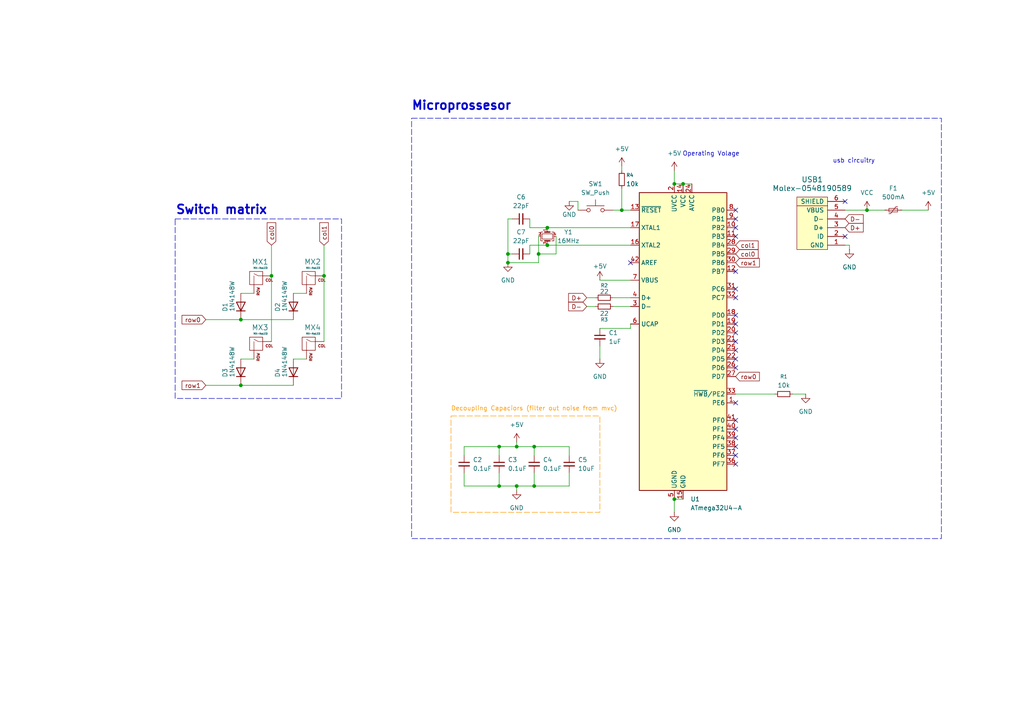
<source format=kicad_sch>
(kicad_sch (version 20250114) (generator "eeschema") (generator_version "9.0")
  (paper "A4")
  (title_block (title "ai03 Keyboard PCB") (date "2025-08-12") (rev "v1") (comment 4 "Justin Kim"))
  (lib_symbols
    (symbol "Device:C_Small" (pin_numbers (hide yes)) (pin_names (offset 0.254) (hide yes))
      (property "Reference" "C" (at 0.254 1.778 0))
      (property "Value" "C_Small" (at 0.254 -2.032 0))
      (symbol "C_Small_0_1"
        (polyline (pts (xy -1.524 0.508) (xy 1.524 0.508)) (stroke (width 0.3048)))
        (polyline (pts (xy -1.524 -0.508) (xy 1.524 -0.508)) (stroke (width 0.3302)))
      )
      (symbol "C_Small_1_1"
        (pin passive line (at 0 2.54 270) (length 2.032) (name "~") (number "1"))
        (pin passive line (at 0 -2.54 90) (length 2.032) (name "~") (number "2"))
      )
    )
    (symbol "Device:Crystal_GND24_Small" (pin_names (offset 1.016) (hide yes))
      (property "Reference" "Y" (at 1.27 4.445 0))
      (property "Value" "Crystal_GND24_Small" (at 1.27 2.54 0))
      (symbol "Crystal_GND24_Small_0_1"
        (polyline (pts (xy -1.27 1.27) (xy -1.27 1.905) (xy 1.27 1.905) (xy 1.27 1.27)))
        (polyline (pts (xy -1.27 -0.762) (xy -1.27 0.762)) (stroke (width 0.381)))
        (polyline (pts (xy -1.27 -1.27) (xy -1.27 -1.905) (xy 1.27 -1.905) (xy 1.27 -1.27)))
        (rectangle (start -0.762 -1.524) (end 0.762 1.524))
        (polyline (pts (xy 1.27 -0.762) (xy 1.27 0.762)) (stroke (width 0.381)))
      )
      (symbol "Crystal_GND24_Small_1_1"
        (pin passive line (at -2.54 0 0) (length 1.27) (name "1") (number "1"))
        (pin passive line (at 0 2.54 270) (length 0.635) (name "4") (number "4"))
        (pin passive line (at 0 -2.54 90) (length 0.635) (name "2") (number "2"))
        (pin passive line (at 2.54 0 180) (length 1.27) (name "3") (number "3"))
      )
    )
    (symbol "Device:Polyfuse_Small" (pin_numbers (hide yes)) (pin_names (offset 0))
      (property "Reference" "F" (at -1.905 0 90))
      (property "Value" "Polyfuse_Small" (at 1.905 0 90))
      (symbol "Polyfuse_Small_0_1"
        (polyline (pts (xy -1.016 1.27) (xy -1.016 0.762) (xy 1.016 -0.762) (xy 1.016 -1.27)))
        (rectangle (start -0.508 1.27) (end 0.508 -1.27))
        (polyline (pts (xy 0 2.54) (xy 0 -2.54)))
      )
      (symbol "Polyfuse_Small_1_1"
        (pin passive line (at 0 2.54 270) (length 0.635) (name "~") (number "1"))
        (pin passive line (at 0 -2.54 90) (length 0.635) (name "~") (number "2"))
      )
    )
    (symbol "Device:R_Small" (pin_numbers (hide yes)) (pin_names (offset 0.254) (hide yes))
      (property "Reference" "R" (at 0 0 90))
      (property "Value" "R_Small" (at 1.778 0 90))
      (symbol "R_Small_0_1"
        (rectangle (start -0.762 1.778) (end 0.762 -1.778) (stroke (width 0.2032)))
      )
      (symbol "R_Small_1_1"
        (pin passive line (at 0 2.54 270) (length 0.762) (name "~") (number "1"))
        (pin passive line (at 0 -2.54 90) (length 0.762) (name "~") (number "2"))
      )
    )
    (symbol "Diode:1N4148W" (pin_numbers (hide yes)) (pin_names (hide yes))
      (property "Reference" "D" (at 0 2.54 0))
      (property "Value" "1N4148W" (at 0 -2.54 0))
      (symbol "1N4148W_0_1"
        (polyline (pts (xy -1.27 1.27) (xy -1.27 -1.27)) (stroke (width 0.254)))
        (polyline (pts (xy 1.27 1.27) (xy 1.27 -1.27) (xy -1.27 0) (xy 1.27 1.27)) (stroke (width 0.254)))
        (polyline (pts (xy 1.27 0) (xy -1.27 0)))
      )
      (symbol "1N4148W_1_1"
        (pin passive line (at -3.81 0 0) (length 2.54) (name "K") (number "1"))
        (pin passive line (at 3.81 0 180) (length 2.54) (name "A") (number "2"))
      )
    )
    (symbol "MCU_Microchip_ATmega:ATmega32U4-A"
      (property "Reference" "U" (at -12.7 44.45 0))
      (property "Value" "ATmega32U4-A" (at 2.54 -44.45 0))
      (symbol "ATmega32U4-A_0_1"
        (rectangle (start -12.7 -43.18) (end 12.7 43.18) (stroke (width 0.254)) (fill (type background)))
      )
      (symbol "ATmega32U4-A_1_1"
        (pin input line (at -15.24 38.1 0) (length 2.54) (name "~{RESET}") (number "13"))
        (pin input line (at -15.24 33.02 0) (length 2.54) (name "XTAL1") (number "17"))
        (pin output line (at -15.24 27.94 0) (length 2.54) (name "XTAL2") (number "16"))
        (pin passive line (at -15.24 22.86 0) (length 2.54) (name "AREF") (number "42"))
        (pin input line (at -15.24 17.78 0) (length 2.54) (name "VBUS") (number "7"))
        (pin bidirectional line (at -15.24 12.7 0) (length 2.54) (name "D+") (number "4"))
        (pin bidirectional line (at -15.24 10.16 0) (length 2.54) (name "D-") (number "3"))
        (pin passive line (at -15.24 5.08 0) (length 2.54) (name "UCAP") (number "6"))
        (pin power_in line (at -2.54 45.72 270) (length 2.54) (name "UVCC") (number "2"))
        (pin passive line (at -2.54 -45.72 90) (length 2.54) (name "UGND") (number "5"))
        (pin power_in line (at 0 45.72 270) (length 2.54) (name "VCC") (number "14"))
        (pin passive line (at 0 45.72 270) (length 2.54) (hide yes) (name "VCC") (number "34"))
        (pin power_in line (at 0 -45.72 90) (length 2.54) (name "GND") (number "15"))
        (pin passive line (at 0 -45.72 90) (length 2.54) (hide yes) (name "GND") (number "23"))
        (pin passive line (at 0 -45.72 90) (length 2.54) (hide yes) (name "GND") (number "35"))
        (pin passive line (at 0 -45.72 90) (length 2.54) (hide yes) (name "GND") (number "43"))
        (pin power_in line (at 2.54 45.72 270) (length 2.54) (name "AVCC") (number "24"))
        (pin passive line (at 2.54 45.72 270) (length 2.54) (hide yes) (name "AVCC") (number "44"))
        (pin bidirectional line (at 15.24 38.1 180) (length 2.54) (name "PB0") (number "8"))
        (pin bidirectional line (at 15.24 35.56 180) (length 2.54) (name "PB1") (number "9"))
        (pin bidirectional line (at 15.24 33.02 180) (length 2.54) (name "PB2") (number "10"))
        (pin bidirectional line (at 15.24 30.48 180) (length 2.54) (name "PB3") (number "11"))
        (pin bidirectional line (at 15.24 27.94 180) (length 2.54) (name "PB4") (number "28"))
        (pin bidirectional line (at 15.24 25.4 180) (length 2.54) (name "PB5") (number "29"))
        (pin bidirectional line (at 15.24 22.86 180) (length 2.54) (name "PB6") (number "30"))
        (pin bidirectional line (at 15.24 20.32 180) (length 2.54) (name "PB7") (number "12"))
        (pin bidirectional line (at 15.24 15.24 180) (length 2.54) (name "PC6") (number "31"))
        (pin bidirectional line (at 15.24 12.7 180) (length 2.54) (name "PC7") (number "32"))
        (pin bidirectional line (at 15.24 7.62 180) (length 2.54) (name "PD0") (number "18"))
        (pin bidirectional line (at 15.24 5.08 180) (length 2.54) (name "PD1") (number "19"))
        (pin bidirectional line (at 15.24 2.54 180) (length 2.54) (name "PD2") (number "20"))
        (pin bidirectional line (at 15.24 0 180) (length 2.54) (name "PD3") (number "21"))
        (pin bidirectional line (at 15.24 -2.54 180) (length 2.54) (name "PD4") (number "25"))
        (pin bidirectional line (at 15.24 -5.08 180) (length 2.54) (name "PD5") (number "22"))
        (pin bidirectional line (at 15.24 -7.62 180) (length 2.54) (name "PD6") (number "26"))
        (pin bidirectional line (at 15.24 -10.16 180) (length 2.54) (name "PD7") (number "27"))
        (pin bidirectional line (at 15.24 -15.24 180) (length 2.54) (name "~{HWB}/PE2") (number "33"))
        (pin bidirectional line (at 15.24 -17.78 180) (length 2.54) (name "PE6") (number "1"))
        (pin bidirectional line (at 15.24 -22.86 180) (length 2.54) (name "PF0") (number "41"))
        (pin bidirectional line (at 15.24 -25.4 180) (length 2.54) (name "PF1") (number "40"))
        (pin bidirectional line (at 15.24 -27.94 180) (length 2.54) (name "PF4") (number "39"))
        (pin bidirectional line (at 15.24 -30.48 180) (length 2.54) (name "PF5") (number "38"))
        (pin bidirectional line (at 15.24 -33.02 180) (length 2.54) (name "PF6") (number "37"))
        (pin bidirectional line (at 15.24 -35.56 180) (length 2.54) (name "PF7") (number "36"))
      )
    )
    (symbol "MX_Alps_Hybrid:MX-NoLED" (pin_names (offset 1.016))
      (property "Reference" "MX" (at -0.635 3.81 0))
      (property "Value" "MX-NoLED" (at -0.635 1.27 0))
      (symbol "MX-NoLED_0_0"
        (rectangle (start -2.54 2.54) (end 1.27 -1.27))
        (polyline (pts (xy -1.27 -1.27) (xy -1.27 1.27)) (stroke (width 0.127)))
        (polyline (pts (xy 1.27 1.27) (xy 0 1.27) (xy -1.27 1.905)) (stroke (width 0.127)))
        (text "ROW" (at 0 -1.905 900) (effects (font (size 0.762 0.762)) (justify right)))
        (text "COL" (at 3.175 0 0) (effects (font (size 0.762 0.762))))
      )
      (symbol "MX-NoLED_1_1"
        (pin passive line (at -1.27 -3.81 90) (length 2.54) (name "ROW") (number "2"))
        (pin passive line (at 3.81 1.27 180) (length 2.54) (name "COL") (number "1"))
      )
    )
    (symbol "Switch:SW_Push" (pin_numbers (hide yes)) (pin_names (offset 1.016) (hide yes))
      (property "Reference" "SW" (at 1.27 2.54 0))
      (property "Value" "SW_Push" (at 0 -1.524 0))
      (symbol "SW_Push_0_1"
        (circle (center -2.032 0) (radius 0.508))
        (polyline (pts (xy 0 1.27) (xy 0 3.048)))
        (circle (center 2.032 0) (radius 0.508))
        (polyline (pts (xy 2.54 1.27) (xy -2.54 1.27)))
        (pin passive line (at -5.08 0 0) (length 2.54) (name "1") (number "1"))
        (pin passive line (at 5.08 0 180) (length 2.54) (name "2") (number "2"))
      )
    )
    (symbol "power:+5V" (power) (pin_numbers (hide yes)) (pin_names (offset 0) (hide yes))
      (property "Value" "+5V" (at 0 3.556 0))
      (symbol "+5V_0_1"
        (polyline (pts (xy -0.762 1.27) (xy 0 2.54)))
        (polyline (pts (xy 0 2.54) (xy 0.762 1.27)))
        (polyline (pts (xy 0 0) (xy 0 2.54)))
      )
      (symbol "+5V_1_1"
        (pin power_in line (at 0 0 90) (length 0) (name "~") (number "1"))
      )
    )
    (symbol "power:GND" (power) (pin_numbers (hide yes)) (pin_names (offset 0) (hide yes))
      (property "Value" "GND" (at 0 -3.81 0))
      (symbol "GND_0_1"
        (polyline (pts (xy 0 0) (xy 0 -1.27) (xy 1.27 -1.27) (xy 0 -2.54) (xy -1.27 -1.27) (xy 0 -1.27)))
      )
      (symbol "GND_1_1"
        (pin power_in line (at 0 0 270) (length 0) (name "~") (number "1"))
      )
    )
    (symbol "power:VCC" (power) (pin_numbers (hide yes)) (pin_names (offset 0) (hide yes))
      (property "Value" "VCC" (at 0 3.556 0))
      (symbol "VCC_0_1"
        (polyline (pts (xy -0.762 1.27) (xy 0 2.54)))
        (polyline (pts (xy 0 2.54) (xy 0.762 1.27)))
        (polyline (pts (xy 0 0) (xy 0 2.54)))
      )
      (symbol "VCC_1_1"
        (pin power_in line (at 0 0 90) (length 0) (name "~") (number "1"))
      )
    )
    (symbol "random-keyboard-parts:Molex-0548190589" (pin_names (offset 1.016))
      (property "Reference" "USB" (at 0 7.62 0))
      (property "Value" "Molex-0548190589" (at 0 10.16 0))
      (symbol "Molex-0548190589_0_0"
        (polyline (pts (xy 6.35 -2.54) (xy 6.35 6.35)))
        (rectangle (start 8.89 -2.54) (end -6.35 6.35) (fill (type background)))
      )
      (symbol "Molex-0548190589_1_1"
        (pin input line (at -5.08 -7.62 90) (length 5.08) (name "GND") (number "1"))
        (pin input line (at -2.54 -7.62 90) (length 5.08) (name "ID") (number "2"))
        (pin input line (at 0 -7.62 90) (length 5.08) (name "D+") (number "3"))
        (pin input line (at 2.54 -7.62 90) (length 5.08) (name "D-") (number "4"))
        (pin input line (at 5.08 -7.62 90) (length 5.08) (name "VBUS") (number "5"))
        (pin input line (at 7.62 -7.62 90) (length 5.08) (name "SHIELD") (number "6"))
      )
    )
  )
  (rectangle (start 130.81 120.65) (end 173.99 148.59) (stroke (width 0) (type dash) (color 255 153 0 1)))
  (rectangle (start 50.8 63.5) (end 99.06 115.57) (stroke (width 0) (type dash)))
  (rectangle (start 119.38 34.29) (end 273.05 156.21) (stroke (width 0) (type dash)))
  (text "Microprossesor" (at 133.858 30.734 0) (effects (font (size 2.54 2.54) (thickness 0.508) (bold yes))))
  (text "usb circuitry\n" (at 247.65 46.736 0) (effects (font (size 1.27 1.27))))
  (text "Decoupling Capaciors (filter out noise from mvc)\n" (at 154.94 118.618 0) (effects (font (size 1.27 1.27))))
  (text "Operating Volage\n" (at 206.248 44.704 0) (effects (font (size 1.27 1.27))))
  (text "Switch matrix" (at 64.262 60.96 0) (effects (font (size 2.54 2.54) (thickness 0.508) (bold yes))))
  (junction (at 195.58 144.78))
  (junction (at 147.32 73.66))
  (junction (at 144.78 140.97))
  (junction (at 198.12 53.34))
  (junction (at 147.32 76.2))
  (junction (at 149.86 140.97))
  (junction (at 158.75 71.12))
  (junction (at 69.85 111.76))
  (junction (at 158.75 66.04))
  (junction (at 69.85 92.71))
  (junction (at 78.74 80.01))
  (junction (at 154.94 129.54))
  (junction (at 149.86 129.54))
  (junction (at 195.58 53.34))
  (junction (at 156.21 73.66))
  (junction (at 180.34 60.96))
  (junction (at 93.98 80.01))
  (junction (at 154.94 140.97))
  (junction (at 144.78 129.54))
  (junction (at 251.46 60.96))
  (no_connect (at 213.36 66.04))
  (no_connect (at 213.36 132.08))
  (no_connect (at 213.36 106.68))
  (no_connect (at 213.36 99.06))
  (no_connect (at 245.11 68.58))
  (no_connect (at 213.36 68.58))
  (no_connect (at 213.36 129.54))
  (no_connect (at 213.36 121.92))
  (no_connect (at 182.88 76.2))
  (no_connect (at 213.36 78.74))
  (no_connect (at 213.36 96.52))
  (no_connect (at 213.36 127))
  (no_connect (at 213.36 134.62))
  (no_connect (at 213.36 63.5))
  (no_connect (at 213.36 93.98))
  (no_connect (at 213.36 60.96))
  (no_connect (at 213.36 104.14))
  (no_connect (at 213.36 101.6))
  (no_connect (at 213.36 83.82))
  (no_connect (at 245.11 58.42))
  (no_connect (at 213.36 86.36))
  (no_connect (at 213.36 124.46))
  (no_connect (at 213.36 116.84))
  (no_connect (at 213.36 91.44))
  (wire (pts (xy 93.98 71.12) (xy 93.98 80.01)))
  (wire (pts (xy 154.94 129.54) (xy 165.1 129.54)))
  (wire (pts (xy 153.67 71.12) (xy 158.75 71.12)))
  (wire (pts (xy 149.86 129.54) (xy 154.94 129.54)))
  (wire (pts (xy 85.09 85.09) (xy 88.9 85.09)))
  (wire (pts (xy 261.62 60.96) (xy 269.24 60.96)))
  (wire (pts (xy 246.38 71.12) (xy 245.11 71.12)))
  (wire (pts (xy 149.86 140.97) (xy 154.94 140.97)))
  (wire (pts (xy 165.1 140.97) (xy 165.1 137.16)))
  (wire (pts (xy 156.21 73.66) (xy 156.21 76.2)))
  (wire (pts (xy 161.29 73.66) (xy 156.21 73.66)))
  (wire (pts (xy 134.62 129.54) (xy 134.62 132.08)))
  (wire (pts (xy 195.58 53.34) (xy 198.12 53.34)))
  (wire (pts (xy 134.62 140.97) (xy 144.78 140.97)))
  (wire (pts (xy 156.21 68.58) (xy 156.21 73.66)))
  (wire (pts (xy 198.12 53.34) (xy 200.66 53.34)))
  (wire (pts (xy 195.58 49.53) (xy 195.58 53.34)))
  (wire (pts (xy 149.86 140.97) (xy 149.86 142.24)))
  (wire (pts (xy 180.34 48.26) (xy 180.34 49.53)))
  (wire (pts (xy 170.18 88.9) (xy 172.72 88.9)))
  (wire (pts (xy 161.29 68.58) (xy 161.29 73.66)))
  (wire (pts (xy 229.87 114.3) (xy 233.68 114.3)))
  (wire (pts (xy 158.75 71.12) (xy 182.88 71.12)))
  (wire (pts (xy 182.88 95.25) (xy 173.99 95.25)))
  (wire (pts (xy 182.88 93.98) (xy 182.88 95.25)))
  (wire (pts (xy 59.69 111.76) (xy 69.85 111.76)))
  (wire (pts (xy 177.8 88.9) (xy 182.88 88.9)))
  (wire (pts (xy 69.85 111.76) (xy 85.09 111.76)))
  (wire (pts (xy 144.78 129.54) (xy 144.78 132.08)))
  (wire (pts (xy 177.8 86.36) (xy 182.88 86.36)))
  (wire (pts (xy 213.36 114.3) (xy 224.79 114.3)))
  (wire (pts (xy 246.38 72.39) (xy 246.38 71.12)))
  (wire (pts (xy 144.78 129.54) (xy 149.86 129.54)))
  (wire (pts (xy 153.67 63.5) (xy 153.67 66.04)))
  (wire (pts (xy 69.85 92.71) (xy 85.09 92.71)))
  (wire (pts (xy 85.09 104.14) (xy 88.9 104.14)))
  (wire (pts (xy 180.34 54.61) (xy 180.34 60.96)))
  (wire (pts (xy 69.85 104.14) (xy 73.66 104.14)))
  (wire (pts (xy 78.74 71.12) (xy 78.74 80.01)))
  (wire (pts (xy 154.94 137.16) (xy 154.94 140.97)))
  (wire (pts (xy 93.98 80.01) (xy 93.98 99.06)))
  (wire (pts (xy 154.94 140.97) (xy 165.1 140.97)))
  (wire (pts (xy 147.32 73.66) (xy 147.32 76.2)))
  (wire (pts (xy 170.18 86.36) (xy 172.72 86.36)))
  (wire (pts (xy 165.1 58.42) (xy 167.64 58.42)))
  (wire (pts (xy 245.11 60.96) (xy 251.46 60.96)))
  (wire (pts (xy 156.21 76.2) (xy 147.32 76.2)))
  (wire (pts (xy 144.78 137.16) (xy 144.78 140.97)))
  (wire (pts (xy 158.75 66.04) (xy 153.67 66.04)))
  (wire (pts (xy 149.86 128.27) (xy 149.86 129.54)))
  (wire (pts (xy 153.67 73.66) (xy 153.67 71.12)))
  (wire (pts (xy 167.64 58.42) (xy 167.64 60.96)))
  (wire (pts (xy 144.78 140.97) (xy 149.86 140.97)))
  (wire (pts (xy 251.46 60.96) (xy 256.54 60.96)))
  (wire (pts (xy 195.58 144.78) (xy 195.58 148.59)))
  (wire (pts (xy 154.94 129.54) (xy 154.94 132.08)))
  (wire (pts (xy 195.58 144.78) (xy 198.12 144.78)))
  (wire (pts (xy 177.8 60.96) (xy 180.34 60.96)))
  (wire (pts (xy 165.1 129.54) (xy 165.1 132.08)))
  (wire (pts (xy 134.62 129.54) (xy 144.78 129.54)))
  (wire (pts (xy 158.75 66.04) (xy 182.88 66.04)))
  (wire (pts (xy 134.62 137.16) (xy 134.62 140.97)))
  (wire (pts (xy 148.59 63.5) (xy 147.32 63.5)))
  (wire (pts (xy 78.74 80.01) (xy 78.74 99.06)))
  (wire (pts (xy 148.59 73.66) (xy 147.32 73.66)))
  (wire (pts (xy 173.99 81.28) (xy 182.88 81.28)))
  (wire (pts (xy 59.69 92.71) (xy 69.85 92.71)))
  (wire (pts (xy 69.85 85.09) (xy 73.66 85.09)))
  (wire (pts (xy 180.34 60.96) (xy 182.88 60.96)))
  (wire (pts (xy 147.32 63.5) (xy 147.32 73.66)))
  (wire (pts (xy 173.99 100.33) (xy 173.99 104.14)))
  (global_label "row0" (shape input) (at 213.36 109.22 0) (property "Intersheetrefs" "${INTERSHEET_REFS}" (effects (hide yes))))
  (global_label "col0" (shape input) (at 213.36 73.66 0) (property "Intersheetrefs" "${INTERSHEET_REFS}" (effects (hide yes))))
  (global_label "D-" (shape input) (at 245.11 63.5 0) (property "Intersheetrefs" "${INTERSHEET_REFS}" (effects (hide yes))))
  (global_label "col1" (shape input) (at 93.98 71.12 90) (property "Intersheetrefs" "${INTERSHEET_REFS}" (effects (hide yes))))
  (global_label "row1" (shape input) (at 213.36 76.2 0) (property "Intersheetrefs" "${INTERSHEET_REFS}" (effects (hide yes))))
  (global_label "row1" (shape input) (at 59.69 111.76 180) (property "Intersheetrefs" "${INTERSHEET_REFS}" (effects (hide yes))))
  (global_label "D+" (shape input) (at 245.11 66.04 0) (property "Intersheetrefs" "${INTERSHEET_REFS}" (effects (hide yes))))
  (global_label "D-" (shape input) (at 170.18 88.9 180) (property "Intersheetrefs" "${INTERSHEET_REFS}" (effects (hide yes))))
  (global_label "col0" (shape input) (at 78.74 71.12 90) (property "Intersheetrefs" "${INTERSHEET_REFS}" (effects (hide yes))))
  (global_label "col1" (shape input) (at 213.36 71.12 0) (property "Intersheetrefs" "${INTERSHEET_REFS}" (effects (hide yes))))
  (global_label "D+" (shape input) (at 170.18 86.36 180) (property "Intersheetrefs" "${INTERSHEET_REFS}" (effects (hide yes))))
  (global_label "row0" (shape input) (at 59.69 92.71 180) (property "Intersheetrefs" "${INTERSHEET_REFS}" (effects (hide yes))))
  (symbol (lib_id "MX_Alps_Hybrid:MX-NoLED") (at 74.93 81.28 0) (unit 1)
    (property "Reference" "MX1" (at 75.438 75.946 0) (effects (font (size 1.524 1.524))))
    (property "Value" "MX-NoLED" (at 75.5712 77.724 0) (effects (font (size 0.508 0.508))))
    (property "Footprint" "MX_Alps_Hybrid:MX-1U" (effects (hide yes)))
  )
  (symbol (lib_id "power:GND") (at 173.99 104.14 0) (unit 1)
    (property "Reference" "#PWR04" (effects (hide yes)))
    (property "Value" "GND" (at 173.99 109.22 0))
    (property "Description" "Power symbol creates a global label with name \"GND\" , ground" (effects (hide yes)))
  )
  (symbol (lib_id "power:VCC") (at 251.46 60.96 0) (unit 1)
    (property "Reference" "#PWR012" (effects (hide yes)))
    (property "Value" "VCC" (at 251.46 55.88 0))
    (property "Description" "Power symbol creates a global label with name \"VCC\"" (effects (hide yes)))
  )
  (symbol (lib_id "power:+5V") (at 173.99 81.28 0) (unit 1)
    (property "Reference" "#PWR07" (effects (hide yes)))
    (property "Value" "+5V" (at 173.99 77.216 0))
    (property "Description" "Power symbol creates a global label with name \"+5V\"" (effects (hide yes)))
  )
  (symbol (lib_id "power:+5V") (at 269.24 60.96 0) (unit 1)
    (property "Reference" "#PWR011" (effects (hide yes)))
    (property "Value" "+5V" (at 269.24 55.88 0))
    (property "Description" "Power symbol creates a global label with name \"+5V\"" (effects (hide yes)))
  )
  (symbol (lib_id "MX_Alps_Hybrid:MX-NoLED") (at 90.17 100.33 0) (unit 1)
    (property "Reference" "MX4" (at 90.678 94.996 0) (effects (font (size 1.524 1.524))))
    (property "Value" "MX-NoLED" (at 90.8112 96.774 0) (effects (font (size 0.508 0.508))))
    (property "Footprint" "MX_Alps_Hybrid:MX-1U" (effects (hide yes)))
  )
  (symbol (lib_id "Diode:1N4148W") (at 69.85 88.9 270) (mirror x) (unit 1)
    (property "Reference" "D1" (at 65.278 90.424 0) (effects (justify left)))
    (property "Value" "1N4148W" (at 67.31 90.424 0) (effects (justify left)))
    (property "Footprint" "Diode_SMD:D_SOD-123" (effects (hide yes)))
    (property "Datasheet" "https://www.vishay.com/docs/85748/1n4148w.pdf" (effects (hide yes)))
    (property "Description" "75V 0.15A Fast Switching Diode, SOD-123" (effects (hide yes)))
    (property "Sim.Device" "D" (effects (hide yes)))
    (property "Sim.Pins" "1=K 2=A" (effects (hide yes)))
  )
  (symbol (lib_id "power:+5V") (at 180.34 48.26 0) (unit 1)
    (property "Reference" "#PWR010" (effects (hide yes)))
    (property "Value" "+5V" (at 180.34 43.18 0))
    (property "Description" "Power symbol creates a global label with name \"+5V\"" (effects (hide yes)))
  )
  (symbol (lib_id "Device:C_Small") (at 134.62 134.62 0) (unit 1)
    (property "Reference" "C2" (at 137.16 133.3562 0) (effects (justify left)))
    (property "Value" "0.1uF" (at 137.16 135.8962 0) (effects (justify left)))
    (property "Footprint" "Capacitor_SMD:C_0805_2012Metric" (effects (hide yes)))
    (property "Description" "Unpolarized capacitor, small symbol" (effects (hide yes)))
  )
  (symbol (lib_id "power:GND") (at 149.86 142.24 0) (unit 1)
    (property "Reference" "#PWR06" (effects (hide yes)))
    (property "Value" "GND" (at 149.86 147.32 0))
    (property "Description" "Power symbol creates a global label with name \"GND\" , ground" (effects (hide yes)))
  )
  (symbol (lib_id "Device:C_Small") (at 151.13 73.66 90) (unit 1)
    (property "Reference" "C7" (at 151.1363 67.31 90))
    (property "Value" "22pF" (at 151.1363 69.85 90))
    (property "Footprint" "Capacitor_SMD:C_0805_2012Metric" (effects (hide yes)))
    (property "Description" "Unpolarized capacitor, small symbol" (effects (hide yes)))
  )
  (symbol (lib_id "Device:C_Small") (at 154.94 134.62 0) (unit 1)
    (property "Reference" "C4" (at 157.48 133.3562 0) (effects (justify left)))
    (property "Value" "0.1uF" (at 157.48 135.8962 0) (effects (justify left)))
    (property "Footprint" "Capacitor_SMD:C_0805_2012Metric" (effects (hide yes)))
    (property "Description" "Unpolarized capacitor, small symbol" (effects (hide yes)))
  )
  (symbol (lib_id "Device:R_Small") (at 175.26 88.9 90) (mirror x) (unit 1)
    (property "Reference" "R3" (at 175.26 92.71 90) (effects (font (size 1.016 1.016))))
    (property "Value" "22" (at 175.26 90.932 90))
    (property "Footprint" "Resistor_SMD:R_0805_2012Metric" (effects (hide yes)))
    (property "Description" "Resistor, small symbol" (effects (hide yes)))
  )
  (symbol (lib_id "power:+5V") (at 149.86 128.27 0) (unit 1)
    (property "Reference" "#PWR05" (effects (hide yes)))
    (property "Value" "+5V" (at 149.86 123.19 0))
    (property "Description" "Power symbol creates a global label with name \"+5V\"" (effects (hide yes)))
  )
  (symbol (lib_id "Device:R_Small") (at 175.26 86.36 90) (unit 1)
    (property "Reference" "R2" (at 175.26 82.804 90) (effects (font (size 1.016 1.016))))
    (property "Value" "22" (at 175.26 84.582 90))
    (property "Footprint" "Resistor_SMD:R_0805_2012Metric" (effects (hide yes)))
    (property "Description" "Resistor, small symbol" (effects (hide yes)))
  )
  (symbol (lib_id "Device:C_Small") (at 173.99 97.79 0) (unit 1)
    (property "Reference" "C1" (at 176.53 96.5262 0) (effects (justify left)))
    (property "Value" "1uF" (at 176.53 99.0662 0) (effects (justify left)))
    (property "Footprint" "Capacitor_SMD:C_0805_2012Metric" (effects (hide yes)))
    (property "Description" "Unpolarized capacitor, small symbol" (effects (hide yes)))
  )
  (symbol (lib_id "power:GND") (at 246.38 72.39 0) (unit 1)
    (property "Reference" "#PWR013" (effects (hide yes)))
    (property "Value" "GND" (at 246.38 77.47 0))
    (property "Description" "Power symbol creates a global label with name \"GND\" , ground" (effects (hide yes)))
  )
  (symbol (lib_id "MX_Alps_Hybrid:MX-NoLED") (at 90.17 81.28 0) (unit 1)
    (property "Reference" "MX2" (at 90.678 75.946 0) (effects (font (size 1.524 1.524))))
    (property "Value" "MX-NoLED" (at 90.8112 77.724 0) (effects (font (size 0.508 0.508))))
    (property "Footprint" "MX_Alps_Hybrid:MX-1U" (effects (hide yes)))
  )
  (symbol (lib_id "Device:C_Small") (at 151.13 63.5 90) (unit 1)
    (property "Reference" "C6" (at 151.1363 57.15 90))
    (property "Value" "22pF" (at 151.1363 59.69 90))
    (property "Footprint" "Capacitor_SMD:C_0805_2012Metric" (effects (hide yes)))
    (property "Description" "Unpolarized capacitor, small symbol" (effects (hide yes)))
  )
  (symbol (lib_id "power:GND") (at 195.58 148.59 0) (unit 1)
    (property "Reference" "#PWR02" (effects (hide yes)))
    (property "Value" "GND" (at 195.58 153.67 0))
    (property "Description" "Power symbol creates a global label with name \"GND\" , ground" (effects (hide yes)))
  )
  (symbol (lib_id "power:+5V") (at 195.58 49.53 0) (unit 1)
    (property "Reference" "#PWR01" (effects (hide yes)))
    (property "Value" "+5V" (at 195.58 44.45 0))
    (property "Description" "Power symbol creates a global label with name \"+5V\"" (effects (hide yes)))
  )
  (symbol (lib_id "random-keyboard-parts:Molex-0548190589") (at 237.49 66.04 90) (unit 1)
    (property "Reference" "USB1" (at 235.585 52.07 90) (effects (font (size 1.524 1.524))))
    (property "Value" "Molex-0548190589" (at 235.585 54.61 90) (effects (font (size 1.524 1.524))))
    (property "Footprint" "random-keyboard-parts:Molex-0548190589" (effects (hide yes)))
  )
  (symbol (lib_id "Diode:1N4148W") (at 85.09 88.9 270) (mirror x) (unit 1)
    (property "Reference" "D2" (at 80.518 90.424 0) (effects (justify left)))
    (property "Value" "1N4148W" (at 82.55 90.424 0) (effects (justify left)))
    (property "Footprint" "Diode_SMD:D_SOD-123" (effects (hide yes)))
    (property "Datasheet" "https://www.vishay.com/docs/85748/1n4148w.pdf" (effects (hide yes)))
    (property "Description" "75V 0.15A Fast Switching Diode, SOD-123" (effects (hide yes)))
    (property "Sim.Device" "D" (effects (hide yes)))
    (property "Sim.Pins" "1=K 2=A" (effects (hide yes)))
  )
  (symbol (lib_id "power:GND") (at 233.68 114.3 0) (unit 1)
    (property "Reference" "#PWR03" (effects (hide yes)))
    (property "Value" "GND" (at 233.68 119.38 0))
    (property "Description" "Power symbol creates a global label with name \"GND\" , ground" (effects (hide yes)))
  )
  (symbol (lib_id "Device:C_Small") (at 165.1 134.62 0) (unit 1)
    (property "Reference" "C5" (at 167.64 133.3562 0) (effects (justify left)))
    (property "Value" "10uF" (at 167.64 135.8962 0) (effects (justify left)))
    (property "Footprint" "Capacitor_SMD:C_0805_2012Metric" (effects (hide yes)))
    (property "Description" "Unpolarized capacitor, small symbol" (effects (hide yes)))
  )
  (symbol (lib_id "Diode:1N4148W") (at 69.85 107.95 270) (mirror x) (unit 1)
    (property "Reference" "D3" (at 65.278 109.474 0) (effects (justify left)))
    (property "Value" "1N4148W" (at 67.31 109.474 0) (effects (justify left)))
    (property "Footprint" "Diode_SMD:D_SOD-123" (effects (hide yes)))
    (property "Datasheet" "https://www.vishay.com/docs/85748/1n4148w.pdf" (effects (hide yes)))
    (property "Description" "75V 0.15A Fast Switching Diode, SOD-123" (effects (hide yes)))
    (property "Sim.Device" "D" (effects (hide yes)))
    (property "Sim.Pins" "1=K 2=A" (effects (hide yes)))
  )
  (symbol (lib_id "MCU_Microchip_ATmega:ATmega32U4-A") (at 198.12 99.06 0) (unit 1)
    (property "Reference" "U1" (at 200.2633 144.78 0) (effects (justify left)))
    (property "Value" "ATmega32U4-A" (at 200.2633 147.32 0) (effects (justify left)))
    (property "Footprint" "Package_QFP:TQFP-44_10x10mm_P0.8mm" (effects (hide yes)))
    (property "Datasheet" "http://ww1.microchip.com/downloads/en/DeviceDoc/Atmel-7766-8-bit-AVR-ATmega16U4-32U4_Datasheet.pdf" (effects (hide yes)))
    (property "Description" "16MHz, 32kB Flash, 2.5kB SRAM, 1kB EEPROM, USB 2.0, TQFP-44" (effects (hide yes)))
  )
  (symbol (lib_id "power:GND") (at 147.32 76.2 0) (unit 1)
    (property "Reference" "#PWR08" (effects (hide yes)))
    (property "Value" "GND" (at 147.32 81.28 0))
    (property "Description" "Power symbol creates a global label with name \"GND\" , ground" (effects (hide yes)))
  )
  (symbol (lib_id "Device:R_Small") (at 180.34 52.07 0) (unit 1)
    (property "Reference" "R4" (at 181.61 50.8 0) (effects (font (size 1.016 1.016)) (justify left)))
    (property "Value" "10k" (at 181.61 53.34 0) (effects (justify left)))
    (property "Footprint" "Resistor_SMD:R_0805_2012Metric" (effects (hide yes)))
    (property "Description" "Resistor, small symbol" (effects (hide yes)))
  )
  (symbol (lib_id "Switch:SW_Push") (at 172.72 60.96 0) (unit 1)
    (property "Reference" "SW1" (at 172.72 53.34 0))
    (property "Value" "SW_Push" (at 172.72 55.88 0))
    (property "Footprint" "random-keyboard-parts:SKQG-1155865" (effects (hide yes)))
    (property "Description" "Push button switch, generic, two pins" (effects (hide yes)))
  )
  (symbol (lib_id "Device:C_Small") (at 144.78 134.62 0) (unit 1)
    (property "Reference" "C3" (at 147.32 133.3562 0) (effects (justify left)))
    (property "Value" "0.1uF" (at 147.32 135.8962 0) (effects (justify left)))
    (property "Footprint" "Capacitor_SMD:C_0805_2012Metric" (effects (hide yes)))
    (property "Description" "Unpolarized capacitor, small symbol" (effects (hide yes)))
  )
  (symbol (lib_id "Device:R_Small") (at 227.33 114.3 90) (unit 1)
    (property "Reference" "R1" (at 227.33 109.22 90) (effects (font (size 1.016 1.016))))
    (property "Value" "10k" (at 227.33 111.76 90))
    (property "Footprint" "Resistor_SMD:R_0805_2012Metric" (effects (hide yes)))
    (property "Description" "Resistor, small symbol" (effects (hide yes)))
  )
  (symbol (lib_id "power:GND") (at 165.1 58.42 0) (unit 1)
    (property "Reference" "#PWR09" (effects (hide yes)))
    (property "Value" "GND" (at 165.1 62.23 0))
    (property "Description" "Power symbol creates a global label with name \"GND\" , ground" (effects (hide yes)))
  )
  (symbol (lib_id "Device:Crystal_GND24_Small") (at 158.75 68.58 270) (unit 1)
    (property "Reference" "Y1" (at 164.846 67.31 90))
    (property "Value" "16MHz" (at 164.846 69.85 90))
    (property "Footprint" "Crystal:Crystal_SMD_3225-4Pin_3.2x2.5mm" (effects (hide yes)))
    (property "Description" "Four pin crystal, GND on pins 2 and 4, small symbol" (effects (hide yes)))
  )
  (symbol (lib_id "Diode:1N4148W") (at 85.09 107.95 270) (mirror x) (unit 1)
    (property "Reference" "D4" (at 80.518 109.474 0) (effects (justify left)))
    (property "Value" "1N4148W" (at 82.55 109.474 0) (effects (justify left)))
    (property "Footprint" "Diode_SMD:D_SOD-123" (effects (hide yes)))
    (property "Datasheet" "https://www.vishay.com/docs/85748/1n4148w.pdf" (effects (hide yes)))
    (property "Description" "75V 0.15A Fast Switching Diode, SOD-123" (effects (hide yes)))
    (property "Sim.Device" "D" (effects (hide yes)))
    (property "Sim.Pins" "1=K 2=A" (effects (hide yes)))
  )
  (symbol (lib_id "MX_Alps_Hybrid:MX-NoLED") (at 74.93 100.33 0) (unit 1)
    (property "Reference" "MX3" (at 75.438 94.996 0) (effects (font (size 1.524 1.524))))
    (property "Value" "MX-NoLED" (at 75.5712 96.774 0) (effects (font (size 0.508 0.508))))
    (property "Footprint" "MX_Alps_Hybrid:MX-1U" (effects (hide yes)))
  )
  (symbol (lib_id "Device:Polyfuse_Small") (at 259.08 60.96 90) (unit 1)
    (property "Reference" "F1" (at 259.08 54.61 90))
    (property "Value" "500mA" (at 259.08 57.15 90))
    (property "Footprint" "Fuse:Fuse_1206_3216Metric" (effects (hide yes)))
    (property "Description" "Resettable fuse, polymeric positive temperature coefficient, small symbol" (effects (hide yes)))
  )
)
</source>
